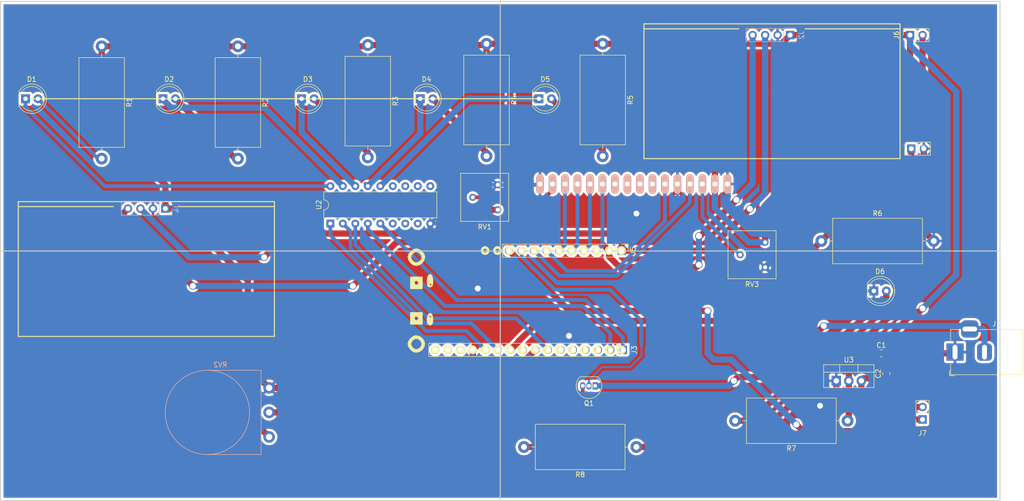
<source format=kicad_pcb>
(kicad_pcb (version 20171130) (host pcbnew "(5.0.1)-3")
  (layers (0 F.Cu signal) (31 B.Cu signal) (34 B.Paste user) (35 F.Paste user) (36 B.SilkS user) (37 F.SilkS user) (38 B.Mask user hide) (39 F.Mask user) (44 Edge.Cuts user))
  (net 0 "")
  (net 1 "Net-(D1-Pad1)")
  (net 2 "Net-(D1-Pad2)")
  (net 3 "Net-(D2-Pad1)")
  (net 4 "Net-(D2-Pad2)")
  (net 5 "Net-(D3-Pad2)")
  (net 6 "Net-(D3-Pad1)")
  (net 7 "Net-(D4-Pad1)")
  (net 8 "Net-(D4-Pad2)")
  (net 9 "Net-(D5-Pad2)")
  (net 10 "Net-(D5-Pad1)")
  (net 11 GND)
  (net 12 5V)
  (net 13 /SCL)
  (net 14 /SDA)
  (net 15 /GPIO21)
  (net 16 /RX)
  (net 17 "Net-(J3-Pad4)")
  (net 18 "Net-(J3-Pad5)")
  (net 19 "Net-(J3-Pad6)")
  (net 20 /GPIO36)
  (net 21 /GPI35)
  (net 22 /GPI39)
  (net 23 /GPI34)
  (net 24 /GPIO25)
  (net 25 /GPIO26)
  (net 26 "Net-(J3-Pad14)")
  (net 27 /RST)
  (net 28 /GPIO14)
  (net 29 /GPIO32)
  (net 30 /GPIO15)
  (net 31 /GPIO33)
  (net 32 /GPIO27)
  (net 33 /GPIO12)
  (net 34 /GPIO13)
  (net 35 "Net-(RV1-Pad2)")
  (net 36 "Net-(U1-Pad7)")
  (net 37 "Net-(U1-Pad8)")
  (net 38 "Net-(U1-Pad10)")
  (net 39 "Net-(U1-Pad9)")
  (net 40 "Net-(U2-Pad6)")
  (net 41 "Net-(U2-Pad7)")
  (net 42 "Net-(U2-Pad8)")
  (net 43 "Net-(U2-Pad10)")
  (net 44 "Net-(U2-Pad11)")
  (net 45 "Net-(U2-Pad12)")
  (net 46 "Net-(U2-Pad13)")
  (net 47 3.3V)
  (net 48 "Net-(J3-Pad15)")
  (net 49 "Net-(RV3-Pad2)")
  (net 50 /9V_OUT)
  (net 51 "Net-(D6-Pad2)")
  (net 52 9V)
  (net 53 /GPIO17)
  (net 54 "Net-(J8-Pad1)")
  (net 55 "Net-(Q1-Pad3)")
  (module Potentiometer_THT:Potentiometer_Omeg_PC16BU_Vertical (layer B.Cu) (at 72.39 106.426 180)
    (fp_text reference RV2 (at 9.915 14.7 180) (layer B.SilkS) (effects (justify mirror)))
    (fp_text value 10k)
    (pad 3 thru_hole circle (at 0 10 180) (size 2.34 2.34) (drill 1.3) (layers *.Cu *.Mask) (net 11 GND))
    (pad 2 thru_hole circle (at 0 5 180) (size 2.34 2.34) (drill 1.3) (layers *.Cu *.Mask) (net 21 /GPI35))
    (pad 1 thru_hole circle (at 0 0 180) (size 2.34 2.34) (drill 1.3) (layers *.Cu *.Mask) (net 47 3.3V))
  )
  (module Potentiometer_THT:Potentiometer_Bourns_3386F_Vertical (layer F.Cu) (at 173.228 66.802 180)
    (fp_text reference RV3 (at 2.655 -8.555 180) (layer F.SilkS))
    (fp_text value 10k)
    (pad 3 thru_hole circle (at 0 -5.08 180) (size 1.44 1.44) (drill 0.8) (layers *.Cu *.Mask) (net 11 GND))
    (pad 2 thru_hole circle (at 5.08 -2.54 180) (size 1.44 1.44) (drill 0.8) (layers *.Cu *.Mask) (net 49 "Net-(RV3-Pad2)"))
    (pad 1 thru_hole circle (at 0 0 180) (size 1.44 1.44) (drill 0.8) (layers *.Cu *.Mask) (net 47 3.3V))
  )
  (module LED_THT:LED_D5.0mm (layer F.Cu) (at 50.8 37.592)
    (fp_text reference D2 (at 1.27 -3.96) (layer F.SilkS))
    (fp_text value LED)
    (pad 1 thru_hole rect (at 0 0) (size 1.8 1.8) (drill 0.9) (layers *.Cu *.Mask) (net 3 "Net-(D2-Pad1)"))
    (pad 2 thru_hole circle (at 2.54 0) (size 1.8 1.8) (drill 0.9) (layers *.Cu *.Mask) (net 4 "Net-(D2-Pad2)"))
  )
  (module Connector_PinHeader_2.54mm:PinHeader_1x16_P2.54mm_Vertical (layer F.Cu) (at 144.29 88.7 270)
    (fp_text reference J3 (at 0 -2.33 270) (layer F.SilkS))
    (fp_text value Conn_01x16)
    (pad 1 thru_hole rect (at 0 0 270) (size 1.7 1.7) (drill 1) (layers *.Cu *.Mask) (net 15 /GPIO21))
    (pad 2 thru_hole oval (at 0 2.54 270) (size 1.7 1.7) (drill 1) (layers *.Cu *.Mask) (net 53 /GPIO17))
    (pad 3 thru_hole oval (at 0 5.08 270) (size 1.7 1.7) (drill 1) (layers *.Cu *.Mask) (net 16 /RX))
    (pad 4 thru_hole oval (at 0 7.62 270) (size 1.7 1.7) (drill 1) (layers *.Cu *.Mask) (net 17 "Net-(J3-Pad4)"))
    (pad 5 thru_hole oval (at 0 10.16 270) (size 1.7 1.7) (drill 1) (layers *.Cu *.Mask) (net 18 "Net-(J3-Pad5)"))
    (pad 6 thru_hole oval (at 0 12.7 270) (size 1.7 1.7) (drill 1) (layers *.Cu *.Mask) (net 19 "Net-(J3-Pad6)"))
    (pad 7 thru_hole oval (at 0 15.24 270) (size 1.7 1.7) (drill 1) (layers *.Cu *.Mask) (net 20 /GPIO36))
    (pad 8 thru_hole oval (at 0 17.78 270) (size 1.7 1.7) (drill 1) (layers *.Cu *.Mask) (net 21 /GPI35))
    (pad 9 thru_hole oval (at 0 20.32 270) (size 1.7 1.7) (drill 1) (layers *.Cu *.Mask) (net 22 /GPI39))
    (pad 10 thru_hole oval (at 0 22.86 270) (size 1.7 1.7) (drill 1) (layers *.Cu *.Mask) (net 23 /GPI34))
    (pad 11 thru_hole oval (at 0 25.4 270) (size 1.7 1.7) (drill 1) (layers *.Cu *.Mask) (net 24 /GPIO25))
    (pad 12 thru_hole oval (at 0 27.94 270) (size 1.7 1.7) (drill 1) (layers *.Cu *.Mask) (net 25 /GPIO26))
    (pad 13 thru_hole oval (at 0 30.48 270) (size 1.7 1.7) (drill 1) (layers *.Cu *.Mask) (net 11 GND))
    (pad 14 thru_hole oval (at 0 33.02 270) (size 1.7 1.7) (drill 1) (layers *.Cu *.Mask) (net 26 "Net-(J3-Pad14)"))
    (pad 15 thru_hole oval (at 0 35.56 270) (size 1.7 1.7) (drill 1) (layers *.Cu *.Mask) (net 48 "Net-(J3-Pad15)"))
    (pad 16 thru_hole oval (at 0 38.1 270) (size 1.7 1.7) (drill 1) (layers *.Cu *.Mask) (net 27 /RST))
  )
  (module Display:LCD-20x4 (layer B.Cu) (at 126.56 82.45 180)
    (fp_text reference U1)
    (fp_text value RC1602A)
    (pad "" smd oval (at 1.64084 27.50058 180) (size 1.50114 4.0005) (layers F.Cu F.Paste F.Mask))
    (pad 16 thru_hole oval (at -0.89916 27.50058 180) (size 1.50114 4.0005) (drill 1.00076) (layers *.Cu *.Mask B.SilkS) (net 11 GND))
    (pad 15 thru_hole oval (at -3.43916 27.50058 180) (size 1.50114 4.0005) (drill 1.00076) (layers *.Cu *.Mask B.SilkS) (net 35 "Net-(RV1-Pad2)"))
    (pad 14 thru_hole oval (at -5.97916 27.50058 180) (size 1.50114 4.0005) (drill 1.00076) (layers *.Cu *.Mask B.SilkS) (net 31 /GPIO33))
    (pad 13 thru_hole oval (at -8.51916 27.50058 180) (size 1.50114 4.0005) (drill 1.00076) (layers *.Cu *.Mask B.SilkS) (net 30 /GPIO15))
    (pad 12 thru_hole oval (at -11.05916 27.50058 180) (size 1.50114 4.0005) (drill 1.00076) (layers *.Cu *.Mask B.SilkS) (net 29 /GPIO32))
    (pad 11 thru_hole oval (at -13.59916 27.50058 180) (size 1.50114 4.0005) (drill 1.00076) (layers *.Cu *.Mask B.SilkS) (net 28 /GPIO14))
    (pad 10 thru_hole oval (at -16.13916 27.50058 180) (size 1.50114 4.0005) (drill 1.00076) (layers *.Cu *.Mask B.SilkS) (net 38 "Net-(U1-Pad10)"))
    (pad 9 thru_hole oval (at -18.67916 27.50058 180) (size 1.50114 4.0005) (drill 1.00076) (layers *.Cu *.Mask B.SilkS) (net 39 "Net-(U1-Pad9)"))
    (pad 8 thru_hole oval (at -21.21916 27.50058 180) (size 1.50114 4.0005) (drill 1.00076) (layers *.Cu *.Mask B.SilkS) (net 37 "Net-(U1-Pad8)"))
    (pad 7 thru_hole oval (at -23.75916 27.50058 180) (size 1.50114 4.0005) (drill 1.00076) (layers *.Cu *.Mask B.SilkS) (net 36 "Net-(U1-Pad7)"))
    (pad 6 thru_hole oval (at -26.29916 27.50058 180) (size 1.50114 4.0005) (drill 1.00076) (layers *.Cu *.Mask B.SilkS) (net 32 /GPIO27))
    (pad 5 thru_hole oval (at -28.83916 27.50058 180) (size 1.50114 4.0005) (drill 1.00076) (layers *.Cu *.Mask B.SilkS) (net 11 GND))
    (pad 4 thru_hole oval (at -31.37916 27.50058 180) (size 1.50114 4.0005) (drill 1.00076) (layers *.Cu *.Mask B.SilkS) (net 33 /GPIO12))
    (pad 3 thru_hole oval (at -33.91916 27.50058 180) (size 1.50114 4.0005) (drill 1.00076) (layers *.Cu *.Mask B.SilkS) (net 49 "Net-(RV3-Pad2)"))
    (pad 2 thru_hole oval (at -36.45916 27.50058 180) (size 1.50114 4.0005) (drill 1.00076) (layers *.Cu *.Mask B.SilkS) (net 47 3.3V))
    (pad 1 thru_hole oval (at -38.99916 27.50058 180) (size 1.50114 4.0005) (drill 1.00076) (layers *.Cu *.Mask B.SilkS) (net 11 GND))
  )
  (module LED_THT:LED_D5.0mm (layer F.Cu) (at 22.86 37.592)
    (fp_text reference D1 (at 1.27 -3.96) (layer F.SilkS))
    (fp_text value LED)
    (pad 1 thru_hole rect (at 0 0) (size 1.8 1.8) (drill 0.9) (layers *.Cu *.Mask) (net 1 "Net-(D1-Pad1)"))
    (pad 2 thru_hole circle (at 2.54 0) (size 1.8 1.8) (drill 0.9) (layers *.Cu *.Mask) (net 2 "Net-(D1-Pad2)"))
  )
  (module LED_THT:LED_D5.0mm (layer F.Cu) (at 78.994 37.592)
    (fp_text reference D3 (at 1.27 -3.96) (layer F.SilkS))
    (fp_text value LED)
    (pad 2 thru_hole circle (at 2.54 0) (size 1.8 1.8) (drill 0.9) (layers *.Cu *.Mask) (net 5 "Net-(D3-Pad2)"))
    (pad 1 thru_hole rect (at 0 0) (size 1.8 1.8) (drill 0.9) (layers *.Cu *.Mask) (net 6 "Net-(D3-Pad1)"))
  )
  (module LED_THT:LED_D5.0mm (layer F.Cu) (at 103.124 37.592)
    (fp_text reference D4 (at 1.27 -3.96) (layer F.SilkS))
    (fp_text value LED)
    (pad 1 thru_hole rect (at 0 0) (size 1.8 1.8) (drill 0.9) (layers *.Cu *.Mask) (net 7 "Net-(D4-Pad1)"))
    (pad 2 thru_hole circle (at 2.54 0) (size 1.8 1.8) (drill 0.9) (layers *.Cu *.Mask) (net 8 "Net-(D4-Pad2)"))
  )
  (module LED_THT:LED_D5.0mm (layer F.Cu) (at 127.254 37.592)
    (fp_text reference D5 (at 1.27 -3.96) (layer F.SilkS))
    (fp_text value LED)
    (pad 2 thru_hole circle (at 2.54 0) (size 1.8 1.8) (drill 0.9) (layers *.Cu *.Mask) (net 9 "Net-(D5-Pad2)"))
    (pad 1 thru_hole rect (at 0 0) (size 1.8 1.8) (drill 0.9) (layers *.Cu *.Mask) (net 10 "Net-(D5-Pad1)"))
  )
  (module Connector_PinHeader_2.54mm:PinHeader_1x04_P2.54mm_Vertical (layer B.Cu) (at 178.308 24.638 90)
    (fp_text reference J2 (at 0 2.33 90) (layer B.SilkS) (effects (justify mirror)))
    (fp_text value Conn_01x04)
    (pad 1 thru_hole rect (at 0 0 90) (size 1.7 1.7) (drill 1) (layers *.Cu *.Mask) (net 47 3.3V))
    (pad 2 thru_hole oval (at 0 -2.54 90) (size 1.7 1.7) (drill 1) (layers *.Cu *.Mask) (net 11 GND))
    (pad 3 thru_hole oval (at 0 -5.08 90) (size 1.7 1.7) (drill 1) (layers *.Cu *.Mask) (net 14 /SDA))
    (pad 4 thru_hole oval (at 0 -7.62 90) (size 1.7 1.7) (drill 1) (layers *.Cu *.Mask) (net 13 /SCL))
  )
  (module Connector_PinHeader_2.54mm:PinHeader_1x04_P2.54mm_Vertical (layer B.Cu) (at 51.308 59.944 90)
    (fp_text reference J4 (at 0 2.33 90) (layer B.SilkS) (effects (justify mirror)))
    (fp_text value Conn_01x04)
    (pad 1 thru_hole rect (at 0 0 90) (size 1.7 1.7) (drill 1) (layers *.Cu *.Mask) (net 47 3.3V))
    (pad 2 thru_hole oval (at 0 -2.54 90) (size 1.7 1.7) (drill 1) (layers *.Cu *.Mask) (net 11 GND))
    (pad 3 thru_hole oval (at 0 -5.08 90) (size 1.7 1.7) (drill 1) (layers *.Cu *.Mask) (net 14 /SDA))
    (pad 4 thru_hole oval (at 0 -7.62 90) (size 1.7 1.7) (drill 1) (layers *.Cu *.Mask) (net 13 /SCL))
  )
  (module Connector_PinHeader_2.54mm:PinHeader_1x10_P2.54mm_Vertical (layer F.Cu) (at 144.06 68.52 270)
    (fp_text reference J5 (at 0 -2.33 270) (layer F.SilkS))
    (fp_text value Conn_01x10)
    (pad 1 thru_hole rect (at 0 0 270) (size 1.7 1.7) (drill 1) (layers *.Cu *.Mask) (net 14 /SDA))
    (pad 2 thru_hole oval (at 0 2.54 270) (size 1.7 1.7) (drill 1) (layers *.Cu *.Mask) (net 13 /SCL))
    (pad 3 thru_hole oval (at 0 5.08 270) (size 1.7 1.7) (drill 1) (layers *.Cu *.Mask) (net 28 /GPIO14))
    (pad 4 thru_hole oval (at 0 7.62 270) (size 1.7 1.7) (drill 1) (layers *.Cu *.Mask) (net 29 /GPIO32))
    (pad 5 thru_hole oval (at 0 10.16 270) (size 1.7 1.7) (drill 1) (layers *.Cu *.Mask) (net 30 /GPIO15))
    (pad 6 thru_hole oval (at 0 12.7 270) (size 1.7 1.7) (drill 1) (layers *.Cu *.Mask) (net 31 /GPIO33))
    (pad 7 thru_hole oval (at 0 15.24 270) (size 1.7 1.7) (drill 1) (layers *.Cu *.Mask) (net 32 /GPIO27))
    (pad 8 thru_hole oval (at 0 17.78 270) (size 1.7 1.7) (drill 1) (layers *.Cu *.Mask) (net 33 /GPIO12))
    (pad 9 thru_hole oval (at 0 20.32 270) (size 1.7 1.7) (drill 1) (layers *.Cu *.Mask) (net 34 /GPIO13))
    (pad 10 thru_hole oval (at 0 22.86 270) (size 1.7 1.7) (drill 1) (layers *.Cu *.Mask) (net 12 5V))
  )
  (module Module:ESP32 (layer F.Cu) (at 124.62 86.92)
    (fp_text reference G*** hide)
    (fp_text value ESP32 hide)
  )
  (module Package_DIP:DIP-18_W7.62mm (layer F.Cu) (at 84.836 62.992 90)
    (fp_text reference U2 (at 3.81 -2.33 90) (layer F.SilkS))
    (fp_text value ULN2803A)
    (pad 1 thru_hole rect (at 0 0 90) (size 1.6 1.6) (drill 0.8) (layers *.Cu *.Mask) (net 25 /GPIO26))
    (pad 10 thru_hole oval (at 7.62 20.32 90) (size 1.6 1.6) (drill 0.8) (layers *.Cu *.Mask) (net 43 "Net-(U2-Pad10)"))
    (pad 2 thru_hole oval (at 0 2.54 90) (size 1.6 1.6) (drill 0.8) (layers *.Cu *.Mask) (net 24 /GPIO25))
    (pad 11 thru_hole oval (at 7.62 17.78 90) (size 1.6 1.6) (drill 0.8) (layers *.Cu *.Mask) (net 44 "Net-(U2-Pad11)"))
    (pad 3 thru_hole oval (at 0 5.08 90) (size 1.6 1.6) (drill 0.8) (layers *.Cu *.Mask) (net 20 /GPIO36))
    (pad 12 thru_hole oval (at 7.62 15.24 90) (size 1.6 1.6) (drill 0.8) (layers *.Cu *.Mask) (net 45 "Net-(U2-Pad12)"))
    (pad 4 thru_hole oval (at 0 7.62 90) (size 1.6 1.6) (drill 0.8) (layers *.Cu *.Mask) (net 53 /GPIO17))
    (pad 13 thru_hole oval (at 7.62 12.7 90) (size 1.6 1.6) (drill 0.8) (layers *.Cu *.Mask) (net 46 "Net-(U2-Pad13)"))
    (pad 5 thru_hole oval (at 0 10.16 90) (size 1.6 1.6) (drill 0.8) (layers *.Cu *.Mask) (net 15 /GPIO21))
    (pad 14 thru_hole oval (at 7.62 10.16 90) (size 1.6 1.6) (drill 0.8) (layers *.Cu *.Mask) (net 10 "Net-(D5-Pad1)"))
    (pad 6 thru_hole oval (at 0 12.7 90) (size 1.6 1.6) (drill 0.8) (layers *.Cu *.Mask) (net 40 "Net-(U2-Pad6)"))
    (pad 15 thru_hole oval (at 7.62 7.62 90) (size 1.6 1.6) (drill 0.8) (layers *.Cu *.Mask) (net 7 "Net-(D4-Pad1)"))
    (pad 7 thru_hole oval (at 0 15.24 90) (size 1.6 1.6) (drill 0.8) (layers *.Cu *.Mask) (net 41 "Net-(U2-Pad7)"))
    (pad 16 thru_hole oval (at 7.62 5.08 90) (size 1.6 1.6) (drill 0.8) (layers *.Cu *.Mask) (net 6 "Net-(D3-Pad1)"))
    (pad 8 thru_hole oval (at 0 17.78 90) (size 1.6 1.6) (drill 0.8) (layers *.Cu *.Mask) (net 42 "Net-(U2-Pad8)"))
    (pad 17 thru_hole oval (at 7.62 2.54 90) (size 1.6 1.6) (drill 0.8) (layers *.Cu *.Mask) (net 3 "Net-(D2-Pad1)"))
    (pad 9 thru_hole oval (at 0 20.32 90) (size 1.6 1.6) (drill 0.8) (layers *.Cu *.Mask) (net 11 GND))
    (pad 18 thru_hole oval (at 7.62 0 90) (size 1.6 1.6) (drill 0.8) (layers *.Cu *.Mask) (net 1 "Net-(D1-Pad1)"))
  )
  (module Capacitor_SMD:C_0805_2012Metric (layer F.Cu) (at 196.85 89.408)
    (fp_text reference C1 (at 0 -1.65) (layer F.SilkS))
    (fp_text value 10uF)
    (pad 1 smd roundrect (at -0.9375 0) (size 0.975 1.4) (layers F.Cu F.Paste F.Mask) (net 47 3.3V))
    (pad 2 smd roundrect (at 0.9375 0) (size 0.975 1.4) (layers F.Cu F.Paste F.Mask) (net 11 GND))
  )
  (module Capacitor_SMD:C_0805_2012Metric (layer F.Cu) (at 197.866 93.5505 90)
    (fp_text reference C2 (at 0 -1.65 90) (layer F.SilkS))
    (fp_text value 100nF)
    (pad 2 smd roundrect (at 0.9375 0 90) (size 0.975 1.4) (layers F.Cu F.Paste F.Mask) (net 11 GND))
    (pad 1 smd roundrect (at -0.9375 0 90) (size 0.975 1.4) (layers F.Cu F.Paste F.Mask) (net 50 /9V_OUT))
  )
  (module Potentiometer_THT:Potentiometer_Bourns_3386F_Vertical (layer F.Cu) (at 118.872 55.118 180)
    (fp_text reference RV1 (at 2.655 -8.555 180) (layer F.SilkS))
    (fp_text value 10k)
    (pad 3 thru_hole circle (at 0 -5.08 180) (size 1.44 1.44) (drill 0.8) (layers *.Cu *.Mask) (net 47 3.3V))
    (pad 2 thru_hole circle (at 5.08 -2.54 180) (size 1.44 1.44) (drill 0.8) (layers *.Cu *.Mask) (net 35 "Net-(RV1-Pad2)"))
    (pad 1 thru_hole circle (at 0 0 180) (size 1.44 1.44) (drill 0.8) (layers *.Cu *.Mask) (net 11 GND))
  )
  (module Package_TO_SOT_THT:TO-220-3_Vertical (layer F.Cu) (at 187.706 94.996)
    (fp_text reference U3 (at 2.54 -4.27) (layer F.SilkS))
    (fp_text value LD1117S33TR_SOT223)
    (pad 1 thru_hole rect (at 0 0) (size 1.905 2) (drill 1.1) (layers *.Cu *.Mask) (net 11 GND))
    (pad 2 thru_hole oval (at 2.54 0) (size 1.905 2) (drill 1.1) (layers *.Cu *.Mask) (net 47 3.3V))
    (pad 3 thru_hole oval (at 5.08 0) (size 1.905 2) (drill 1.1) (layers *.Cu *.Mask) (net 50 /9V_OUT))
  )
  (module Connector_PinSocket_2.54mm:PinSocket_1x02_P2.54mm_Vertical (layer F.Cu) (at 202.692 24.638 90)
    (fp_text reference J6 (at 0 -2.77 90) (layer F.SilkS))
    (fp_text value SW_ALARM)
    (pad 2 thru_hole oval (at 0 2.54 90) (size 1.7 1.7) (drill 1) (layers *.Cu *.Mask) (net 23 /GPI34))
    (pad 1 thru_hole rect (at 0 0 90) (size 1.7 1.7) (drill 1) (layers *.Cu *.Mask) (net 47 3.3V))
  )
  (module Connector_PinSocket_2.54mm:PinSocket_1x02_P2.54mm_Vertical (layer F.Cu) (at 205.232 102.87 180)
    (fp_text reference J7 (at 0 -2.77 180) (layer F.SilkS))
    (fp_text value SW_POWER)
    (pad 1 thru_hole rect (at 0 0 180) (size 1.7 1.7) (drill 1) (layers *.Cu *.Mask) (net 12 5V))
    (pad 2 thru_hole oval (at 0 2.54 180) (size 1.7 1.7) (drill 1) (layers *.Cu *.Mask) (net 50 /9V_OUT))
  )
  (module Connector_BarrelJack:BarrelJack_Horizontal (layer F.Cu) (at 211.836 89.154 180)
    (fp_text reference J1 (at -8.45 5.75 180) (layer F.SilkS))
    (fp_text value Barrel_Jack_Switch)
    (pad 1 thru_hole rect (at 0 0 180) (size 3.5 3.5) (drill oval 1 3) (layers *.Cu *.Mask) (net 11 GND))
    (pad 2 thru_hole roundrect (at -6 0 180) (size 3 3.5) (drill oval 1 3) (layers *.Cu *.Mask) (net 52 9V))
    (pad 3 thru_hole roundrect (at -3 4.7 180) (size 3.5 3.5) (drill oval 3 1) (layers *.Cu *.Mask) (net 52 9V))
  )
  (module LED_THT:LED_D5.0mm (layer F.Cu) (at 195.326 76.708)
    (fp_text reference D6 (at 1.27 -3.96) (layer F.SilkS))
    (fp_text value LED)
    (pad 1 thru_hole rect (at 0 0) (size 1.8 1.8) (drill 0.9) (layers *.Cu *.Mask) (net 11 GND))
    (pad 2 thru_hole circle (at 2.54 0) (size 1.8 1.8) (drill 0.9) (layers *.Cu *.Mask) (net 51 "Net-(D6-Pad2)"))
  )
  (module Connector_PinHeader_2.54mm:PinHeader_1x02_P2.54mm_Vertical (layer F.Cu) (at 202.946 47.752 90)
    (fp_text reference J8 (at 0.099 2.018 180) (layer F.SilkS))
    (fp_text value Buzzer)
    (pad 1 thru_hole rect (at 0 0 90) (size 1.7 1.7) (drill 1) (layers *.Cu *.Mask) (net 54 "Net-(J8-Pad1)"))
    (pad 2 thru_hole oval (at 0 2.54 90) (size 1.7 1.7) (drill 1) (layers *.Cu *.Mask) (net 11 GND))
  )
  (module Package_TO_SOT_THT:TO-92_Inline (layer F.Cu) (at 138.684 96.012 180)
    (fp_text reference Q1 (at 1.27 -3.56 180) (layer F.SilkS))
    (fp_text value BC548)
    (pad 1 thru_hole rect (at 0 0 180) (size 1.05 1.5) (drill 0.75) (layers *.Cu *.Mask) (net 52 9V))
    (pad 3 thru_hole oval (at 2.54 0 180) (size 1.05 1.5) (drill 0.75) (layers *.Cu *.Mask) (net 55 "Net-(Q1-Pad3)"))
    (pad 2 thru_hole oval (at 1.27 0 180) (size 1.05 1.5) (drill 0.75) (layers *.Cu *.Mask) (net 34 /GPIO13))
  )
  (module Resistor_THT:R_Axial_DIN0918_L18.0mm_D9.0mm_P22.86mm_Horizontal (layer F.Cu) (at 38.354 26.924 270)
    (fp_text reference R1 (at 11.43 -5.62 270) (layer F.SilkS))
    (fp_text value 330)
    (pad 1 thru_hole circle (at 0 0 270) (size 2.4 2.4) (drill 1.2) (layers *.Cu *.Mask) (net 47 3.3V))
    (pad 2 thru_hole oval (at 22.86 0 270) (size 2.4 2.4) (drill 1.2) (layers *.Cu *.Mask) (net 2 "Net-(D1-Pad2)"))
  )
  (module Resistor_THT:R_Axial_DIN0918_L18.0mm_D9.0mm_P22.86mm_Horizontal (layer F.Cu) (at 66.04 26.924 270)
    (fp_text reference R2 (at 11.43 -5.62 270) (layer F.SilkS))
    (fp_text value 330)
    (pad 2 thru_hole oval (at 22.86 0 270) (size 2.4 2.4) (drill 1.2) (layers *.Cu *.Mask) (net 4 "Net-(D2-Pad2)"))
    (pad 1 thru_hole circle (at 0 0 270) (size 2.4 2.4) (drill 1.2) (layers *.Cu *.Mask) (net 47 3.3V))
  )
  (module Resistor_THT:R_Axial_DIN0918_L18.0mm_D9.0mm_P22.86mm_Horizontal (layer F.Cu) (at 92.456 26.67 270)
    (fp_text reference R3 (at 11.43 -5.62 270) (layer F.SilkS))
    (fp_text value 330)
    (pad 2 thru_hole oval (at 22.86 0 270) (size 2.4 2.4) (drill 1.2) (layers *.Cu *.Mask) (net 5 "Net-(D3-Pad2)"))
    (pad 1 thru_hole circle (at 0 0 270) (size 2.4 2.4) (drill 1.2) (layers *.Cu *.Mask) (net 47 3.3V))
  )
  (module Resistor_THT:R_Axial_DIN0918_L18.0mm_D9.0mm_P22.86mm_Horizontal (layer F.Cu) (at 116.586 26.416 270)
    (fp_text reference R4 (at 11.43 -5.62 270) (layer F.SilkS))
    (fp_text value 330)
    (pad 2 thru_hole oval (at 22.86 0 270) (size 2.4 2.4) (drill 1.2) (layers *.Cu *.Mask) (net 8 "Net-(D4-Pad2)"))
    (pad 1 thru_hole circle (at 0 0 270) (size 2.4 2.4) (drill 1.2) (layers *.Cu *.Mask) (net 47 3.3V))
  )
  (module Resistor_THT:R_Axial_DIN0918_L18.0mm_D9.0mm_P22.86mm_Horizontal (layer F.Cu) (at 140.208 26.416 270)
    (fp_text reference R5 (at 11.43 -5.62 270) (layer F.SilkS))
    (fp_text value 330)
    (pad 1 thru_hole circle (at 0 0 270) (size 2.4 2.4) (drill 1.2) (layers *.Cu *.Mask) (net 47 3.3V))
    (pad 2 thru_hole oval (at 22.86 0 270) (size 2.4 2.4) (drill 1.2) (layers *.Cu *.Mask) (net 9 "Net-(D5-Pad2)"))
  )
  (module Resistor_THT:R_Axial_DIN0918_L18.0mm_D9.0mm_P22.86mm_Horizontal (layer F.Cu) (at 184.658 66.548)
    (fp_text reference R6 (at 11.43 -5.62) (layer F.SilkS))
    (fp_text value 1k)
    (pad 1 thru_hole circle (at 0 0) (size 2.4 2.4) (drill 1.2) (layers *.Cu *.Mask) (net 23 /GPI34))
    (pad 2 thru_hole oval (at 22.86 0) (size 2.4 2.4) (drill 1.2) (layers *.Cu *.Mask) (net 11 GND))
  )
  (module Resistor_THT:R_Axial_DIN0918_L18.0mm_D9.0mm_P22.86mm_Horizontal (layer F.Cu) (at 189.992 103.124 180)
    (fp_text reference R7 (at 11.43 -5.62 180) (layer F.SilkS))
    (fp_text value 330)
    (pad 2 thru_hole oval (at 22.86 0 180) (size 2.4 2.4) (drill 1.2) (layers *.Cu *.Mask) (net 51 "Net-(D6-Pad2)"))
    (pad 1 thru_hole circle (at 0 0 180) (size 2.4 2.4) (drill 1.2) (layers *.Cu *.Mask) (net 47 3.3V))
  )
  (module Resistor_THT:R_Axial_DIN0918_L18.0mm_D9.0mm_P22.86mm_Horizontal (layer F.Cu) (at 147.057 108.458 180)
    (fp_text reference R8 (at 11.43 -5.62 180) (layer F.SilkS))
    (fp_text value 1K)
    (pad 1 thru_hole circle (at 0 0 180) (size 2.4 2.4) (drill 1.2) (layers *.Cu *.Mask) (net 54 "Net-(J8-Pad1)"))
    (pad 2 thru_hole oval (at 22.86 0 180) (size 2.4 2.4) (drill 1.2) (layers *.Cu *.Mask) (net 55 "Net-(Q1-Pad3)"))
  )
  (gr_line (start 119.38 119.2) (end 119.38 17.6) (layer Edge.Cuts) (width 0.2))
  (gr_line (start 220.98 68.58) (end 17.78 68.58) (layer Edge.Cuts) (width 0.2))
  (gr_line (start 24.13 37.592) (end 52.07 37.592) (layer F.SilkS) (width 0.2))
  (gr_line (start 17.78 119.38) (end 17.78 17.78) (layer Edge.Cuts) (width 0.2))
  (gr_line (start 220.98 17.78) (end 17.78 17.78) (layer Edge.Cuts) (width 0.2))
  (gr_line (start 220.98 119.38) (end 220.98 17.78) (layer Edge.Cuts) (width 0.2))
  (gr_line (start 104.394 37.592) (end 128.524 37.592) (layer F.SilkS) (width 0.2))
  (gr_line (start 80.264 37.592) (end 104.394 37.592) (layer F.SilkS) (width 0.2))
  (gr_line (start 52.07 37.592) (end 80.264 37.592) (layer F.SilkS) (width 0.2))
  (gr_line (start 73.462 58.528) (end 73.462 85.96) (layer F.SilkS) (width 0.2))
  (gr_line (start 54.158 59.544) (end 73.462 59.544) (layer F.SilkS) (width 0.2))
  (gr_line (start 21.392 58.528) (end 73.462 58.528) (layer F.SilkS) (width 0.2))
  (gr_line (start 21.392 58.528) (end 21.392 85.96) (layer F.SilkS) (width 0.2))
  (gr_line (start 21.392 59.544) (end 40.696 59.544) (layer F.SilkS) (width 0.2))
  (gr_line (start 21.392 85.96) (end 73.462 85.96) (layer F.SilkS) (width 0.2))
  (gr_line (start 148.59 23.368) (end 167.894 23.368) (layer F.SilkS) (width 0.2))
  (gr_line (start 181.356 23.368) (end 200.66 23.368) (layer F.SilkS) (width 0.2))
  (gr_line (start 148.59 49.784) (end 200.66 49.784) (layer F.SilkS) (width 0.2))
  (gr_line (start 200.66 22.352) (end 200.66 49.784) (layer F.SilkS) (width 0.2))
  (gr_line (start 148.59 22.352) (end 148.59 49.784) (layer F.SilkS) (width 0.2))
  (gr_line (start 148.59 22.352) (end 200.66 22.352) (layer F.SilkS) (width 0.2))
  (gr_line (start 17.78 119.38) (end 220.98 119.38) (layer Edge.Cuts) (width 0.2))
  (segment (start 22.86 39.254) (end 22.86 37.592) (width 0.762) (layer B.Cu) (net 1))
  (segment (start 38.978 55.372) (end 22.86 39.254) (width 0.762) (layer B.Cu) (net 1))
  (segment (start 84.836 55.372) (end 38.978 55.372) (width 0.762) (layer B.Cu) (net 1))
  (segment (start 37.592 49.784) (end 38.354 49.784) (width 0.762) (layer B.Cu) (net 2))
  (segment (start 25.4 37.592) (end 37.592 49.784) (width 0.762) (layer B.Cu) (net 2))
  (segment (start 86.576001 54.572001) (end 87.376 55.372) (width 1.27) (layer B.Cu) (net 3))
  (segment (start 71.407201 39.403201) (end 86.576001 54.572001) (width 1.27) (layer B.Cu) (net 3))
  (segment (start 52.470623 39.403201) (end 71.407201 39.403201) (width 1.27) (layer B.Cu) (net 3))
  (segment (start 50.8 37.732578) (end 52.470623 39.403201) (width 1.27) (layer B.Cu) (net 3))
  (segment (start 50.8 37.592) (end 50.8 37.732578) (width 1.27) (layer B.Cu) (net 3))
  (segment (start 65.532 49.784) (end 66.04 49.784) (width 1.27) (layer F.Cu) (net 4))
  (segment (start 53.34 37.592) (end 65.532 49.784) (width 1.27) (layer F.Cu) (net 4))
  (segment (start 92.456 48.514) (end 92.456 49.53) (width 1.27) (layer F.Cu) (net 5))
  (segment (start 81.534 37.592) (end 92.456 48.514) (width 1.27) (layer F.Cu) (net 5))
  (segment (start 78.994 44.45) (end 89.916 55.372) (width 1.27) (layer B.Cu) (net 6))
  (segment (start 78.994 37.592) (end 78.994 44.45) (width 1.27) (layer B.Cu) (net 6))
  (segment (start 91.948 54.864) (end 92.456 55.372) (width 0.762) (layer B.Cu) (net 7))
  (segment (start 103.124 44.704) (end 92.456 55.372) (width 1.27) (layer B.Cu) (net 7))
  (segment (start 103.124 37.592) (end 103.124 44.704) (width 1.27) (layer B.Cu) (net 7))
  (segment (start 116.586 48.514) (end 116.586 49.276) (width 1.27) (layer F.Cu) (net 8))
  (segment (start 105.664 37.592) (end 116.586 48.514) (width 1.27) (layer F.Cu) (net 8))
  (segment (start 140.208 48.006) (end 140.208 49.276) (width 1.27) (layer F.Cu) (net 9))
  (segment (start 129.794 37.592) (end 140.208 48.006) (width 1.27) (layer F.Cu) (net 9))
  (segment (start 112.776 37.592) (end 94.996 55.372) (width 1.27) (layer B.Cu) (net 10))
  (segment (start 127.254 37.592) (end 112.776 37.592) (width 1.27) (layer B.Cu) (net 10))
  (segment (start 148.60626 62.992) (end 155.39916 56.1991) (width 0.762) (layer F.Cu) (net 11))
  (segment (start 105.156 62.992) (end 148.60626 62.992) (width 0.762) (layer F.Cu) (net 11))
  (segment (start 165.55916 56.1991) (end 165.55916 54.94942) (width 0.762) (layer F.Cu) (net 11))
  (segment (start 164.04659 57.71167) (end 165.55916 56.1991) (width 0.762) (layer F.Cu) (net 11))
  (segment (start 156.91173 57.71167) (end 164.04659 57.71167) (width 0.762) (layer F.Cu) (net 11))
  (segment (start 155.39916 56.1991) (end 156.91173 57.71167) (width 0.762) (layer F.Cu) (net 11))
  (segment (start 155.39916 54.94942) (end 155.39916 56.1991) (width 0.762) (layer F.Cu) (net 11))
  (segment (start 178.054 76.708) (end 187.452 76.708) (width 0.762) (layer B.Cu) (net 11))
  (segment (start 173.228 71.882) (end 178.054 76.708) (width 0.762) (layer B.Cu) (net 11))
  (segment (start 187.452 76.708) (end 195.326 76.708) (width 0.762) (layer B.Cu) (net 11))
  (segment (start 127.29058 55.118) (end 127.45916 54.94942) (width 0.762) (layer B.Cu) (net 11))
  (segment (start 118.872 55.118) (end 127.29058 55.118) (width 0.762) (layer B.Cu) (net 11))
  (segment (start 113.03 55.118) (end 105.156 62.992) (width 0.762) (layer B.Cu) (net 11))
  (segment (start 118.872 55.118) (end 113.03 55.118) (width 0.762) (layer B.Cu) (net 11))
  (segment (start 105.156 64.12337) (end 115.316 74.28337) (width 1.27) (layer B.Cu) (net 11))
  (segment (start 105.156 62.992) (end 105.156 64.12337) (width 1.27) (layer B.Cu) (net 11))
  (via (at 114.808 76.2) (size 1.5) (drill 1.2) (layers F.Cu B.Cu) (net 11))
  (segment (start 115.316 87.194) (end 113.81 88.7) (width 1.27) (layer F.Cu) (net 11))
  (segment (start 115.316 77.216) (end 115.316 87.194) (width 1.27) (layer F.Cu) (net 11))
  (segment (start 195.326 76.708) (end 195.326 77.059) (width 1.27) (layer F.Cu) (net 11))
  (segment (start 197.7875 92.5345) (end 197.866 92.613) (width 1.27) (layer F.Cu) (net 11))
  (segment (start 197.7875 89.408) (end 197.7875 92.5345) (width 1.27) (layer F.Cu) (net 11))
  (segment (start 211.582 89.408) (end 211.836 89.154) (width 1.27) (layer F.Cu) (net 11))
  (segment (start 197.7875 89.408) (end 211.582 89.408) (width 1.27) (layer F.Cu) (net 11))
  (via (at 184.404 100.076) (size 1.5) (drill 1.2) (layers F.Cu B.Cu) (net 11))
  (segment (start 187.706 94.996) (end 187.706 96.774) (width 1.27) (layer F.Cu) (net 11))
  (segment (start 187.706 96.774) (end 184.404 100.076) (width 1.27) (layer F.Cu) (net 11))
  (segment (start 174.808401 70.301599) (end 173.947999 71.162001) (width 1.27) (layer B.Cu) (net 11))
  (segment (start 173.947999 71.162001) (end 173.228 71.882) (width 1.27) (layer B.Cu) (net 11))
  (segment (start 174.808401 66.043407) (end 174.808401 70.301599) (width 1.27) (layer B.Cu) (net 11))
  (segment (start 173.931524 65.16653) (end 174.808401 66.043407) (width 1.27) (layer B.Cu) (net 11))
  (segment (start 172.003136 65.16653) (end 173.931524 65.16653) (width 1.27) (layer B.Cu) (net 11))
  (segment (start 165.55916 58.722554) (end 172.003136 65.16653) (width 1.27) (layer B.Cu) (net 11))
  (segment (start 165.55916 54.94942) (end 165.55916 58.722554) (width 1.27) (layer B.Cu) (net 11))
  (segment (start 71.12 95.156) (end 72.39 96.426) (width 1.27) (layer F.Cu) (net 11))
  (segment (start 71.12 81.876) (end 71.12 95.156) (width 1.27) (layer F.Cu) (net 11))
  (segment (start 110.33 96.426) (end 72.39 96.426) (width 1.27) (layer F.Cu) (net 11))
  (segment (start 113.81 88.7) (end 113.81 92.946) (width 1.27) (layer F.Cu) (net 11))
  (segment (start 113.81 92.946) (end 110.33 96.426) (width 1.27) (layer F.Cu) (net 11))
  (segment (start 205.486 64.516) (end 207.518 66.548) (width 1.27) (layer F.Cu) (net 11))
  (segment (start 205.486 47.752) (end 205.486 64.516) (width 1.27) (layer F.Cu) (net 11))
  (via (at 147.066 60.96) (size 1.5) (drill 1.2) (layers F.Cu B.Cu) (net 11))
  (via (at 133.35 85.852) (size 1.5) (drill 1.2) (layers F.Cu B.Cu) (net 11))
  (via (at 179.578 103.886) (size 1.5) (drill 1.2) (layers F.Cu B.Cu) (net 12))
  (segment (start 180.927201 105.235201) (end 179.578 103.886) (width 1.27) (layer F.Cu) (net 12))
  (segment (start 200.746799 105.235201) (end 180.927201 105.235201) (width 1.27) (layer F.Cu) (net 12))
  (segment (start 205.232 102.87) (end 203.112 102.87) (width 1.27) (layer F.Cu) (net 12))
  (segment (start 203.112 102.87) (end 200.746799 105.235201) (width 1.27) (layer F.Cu) (net 12))
  (segment (start 179.578 103.886) (end 166.37 90.678) (width 1.27) (layer B.Cu) (net 12))
  (segment (start 166.37 90.678) (end 162.814 90.678) (width 1.27) (layer B.Cu) (net 12))
  (segment (start 121.2 68.52) (end 133.452 80.772) (width 1.27) (layer F.Cu) (net 12))
  (via (at 161.544 80.772) (size 1.5) (drill 1.2) (layers F.Cu B.Cu) (net 12))
  (segment (start 133.452 80.772) (end 161.544 80.772) (width 1.27) (layer F.Cu) (net 12))
  (segment (start 161.544 89.408) (end 162.814 90.678) (width 1.27) (layer B.Cu) (net 12))
  (segment (start 161.544 80.772) (end 161.544 89.408) (width 1.27) (layer B.Cu) (net 12))
  (segment (start 140.670001 67.670001) (end 141.52 68.52) (width 1.27) (layer F.Cu) (net 13))
  (segment (start 139.758799 66.758799) (end 140.670001 67.670001) (width 1.27) (layer F.Cu) (net 13))
  (segment (start 98.341201 66.758799) (end 139.758799 66.758799) (width 1.27) (layer F.Cu) (net 13))
  (segment (start 89.408 75.692) (end 89.408 75.692) (width 1.27) (layer F.Cu) (net 13))
  (via (at 56.896 75.692) (size 1.5) (drill 1.2) (layers F.Cu B.Cu) (net 13))
  (segment (start 42.838001 60.793999) (end 43.688 59.944) (width 1.27) (layer F.Cu) (net 13))
  (segment (start 42.838001 61.380001) (end 42.838001 60.793999) (width 1.27) (layer F.Cu) (net 13))
  (segment (start 56.896 75.692) (end 42.838001 61.380001) (width 1.27) (layer F.Cu) (net 13))
  (segment (start 56.896 75.692) (end 89.408 75.692) (width 1.27) (layer B.Cu) (net 13))
  (segment (start 89.408 75.692) (end 98.341201 66.758799) (width 1.27) (layer F.Cu) (net 13))
  (via (at 89.408 75.692) (size 1.5) (drill 1.2) (layers F.Cu B.Cu) (net 13))
  (segment (start 141.52 69.722081) (end 143.679919 71.882) (width 1.27) (layer F.Cu) (net 13))
  (segment (start 141.52 68.52) (end 141.52 69.722081) (width 1.27) (layer F.Cu) (net 13))
  (via (at 159.766 71.374) (size 1.5) (drill 1.2) (layers F.Cu B.Cu) (net 13))
  (segment (start 143.679919 71.882) (end 159.258 71.882) (width 1.27) (layer F.Cu) (net 13))
  (segment (start 159.258 71.882) (end 159.766 71.374) (width 1.27) (layer F.Cu) (net 13))
  (segment (start 159.766 71.374) (end 159.766 70.31334) (width 1.27) (layer B.Cu) (net 13))
  (via (at 159.766 65.532) (size 1.5) (drill 1.2) (layers F.Cu B.Cu) (net 13))
  (segment (start 159.766 70.31334) (end 159.766 65.532) (width 1.27) (layer B.Cu) (net 13))
  (via (at 167.386 58.166) (size 1.5) (drill 1.2) (layers F.Cu B.Cu) (net 13))
  (segment (start 159.766 65.532) (end 160.02 65.532) (width 1.27) (layer F.Cu) (net 13))
  (segment (start 160.02 65.532) (end 167.386 58.166) (width 1.27) (layer F.Cu) (net 13))
  (segment (start 170.688 54.864) (end 170.688 24.638) (width 1.27) (layer B.Cu) (net 13))
  (segment (start 167.386 58.166) (end 170.688 54.864) (width 1.27) (layer B.Cu) (net 13))
  (segment (start 173.228 24.638) (end 173.228 35.814) (width 1.27) (layer B.Cu) (net 14))
  (segment (start 46.228 59.944) (end 56.134 69.85) (width 1.27) (layer B.Cu) (net 14))
  (segment (start 56.134 69.85) (end 71.374 69.85) (width 1.27) (layer B.Cu) (net 14))
  (via (at 71.374 69.85) (size 1.5) (drill 1.2) (layers F.Cu B.Cu) (net 14))
  (segment (start 71.374 69.85) (end 76.2 65.024) (width 1.27) (layer F.Cu) (net 14))
  (segment (start 144.06 66.4) (end 144.06 68.52) (width 1.27) (layer F.Cu) (net 14))
  (segment (start 142.684 65.024) (end 144.06 66.4) (width 1.27) (layer F.Cu) (net 14))
  (segment (start 76.2 65.024) (end 142.684 65.024) (width 1.27) (layer F.Cu) (net 14))
  (via (at 170.128114 59.995886) (size 1.5) (drill 1.2) (layers F.Cu B.Cu) (net 14))
  (segment (start 173.228 35.814) (end 173.228 56.896) (width 1.27) (layer B.Cu) (net 14))
  (segment (start 173.228 56.896) (end 170.128114 59.995886) (width 1.27) (layer B.Cu) (net 14))
  (segment (start 161.604 68.52) (end 170.128114 59.995886) (width 1.27) (layer F.Cu) (net 14))
  (segment (start 144.06 68.52) (end 161.604 68.52) (width 1.27) (layer F.Cu) (net 14))
  (segment (start 144.29 87.088) (end 144.29 88.7) (width 0.762) (layer B.Cu) (net 15))
  (segment (start 110.555221 78.551221) (end 136.717221 78.551221) (width 0.762) (layer B.Cu) (net 15))
  (segment (start 94.996 62.992) (end 110.555221 78.551221) (width 0.762) (layer B.Cu) (net 15))
  (segment (start 144.29 86.124) (end 144.29 87.088) (width 0.762) (layer B.Cu) (net 15))
  (segment (start 136.717221 78.551221) (end 144.29 86.124) (width 0.762) (layer B.Cu) (net 15))
  (segment (start 122.646 82.296) (end 129.05 88.7) (width 0.762) (layer B.Cu) (net 20))
  (segment (start 104.624854 82.296) (end 122.646 82.296) (width 0.762) (layer B.Cu) (net 20))
  (segment (start 89.916 62.992) (end 89.916 67.31) (width 0.762) (layer B.Cu) (net 20))
  (segment (start 89.916 67.31) (end 104.624854 82.296) (width 0.762) (layer B.Cu) (net 20))
  (segment (start 113.784 101.426) (end 72.39 101.426) (width 1.27) (layer F.Cu) (net 21))
  (segment (start 126.51 88.7) (end 113.784 101.426) (width 1.27) (layer F.Cu) (net 21))
  (segment (start 121.43 88.7) (end 123.191201 86.938799) (width 1.27) (layer F.Cu) (net 23))
  (segment (start 123.191201 86.938799) (end 123.191201 86.866799) (width 1.27) (layer F.Cu) (net 23))
  (segment (start 123.191201 86.866799) (end 127.254 82.804) (width 1.27) (layer F.Cu) (net 23))
  (segment (start 168.402 82.804) (end 184.658 66.548) (width 1.27) (layer F.Cu) (net 23))
  (segment (start 127.254 82.804) (end 168.402 82.804) (width 1.27) (layer F.Cu) (net 23))
  (segment (start 205.232 32.004) (end 205.232 24.638) (width 1.27) (layer F.Cu) (net 23))
  (segment (start 185.857999 51.378001) (end 205.232 32.004) (width 1.27) (layer F.Cu) (net 23))
  (segment (start 185.857999 65.348001) (end 185.857999 51.378001) (width 1.27) (layer F.Cu) (net 23))
  (segment (start 184.658 66.548) (end 185.857999 65.348001) (width 1.27) (layer F.Cu) (net 23))
  (segment (start 88.94977 68.12177) (end 104.14 83.312) (width 0.762) (layer B.Cu) (net 24))
  (segment (start 87.376 62.992) (end 88.94977 64.56577) (width 0.762) (layer B.Cu) (net 24))
  (segment (start 88.94977 64.56577) (end 88.94977 68.12177) (width 0.762) (layer B.Cu) (net 24))
  (segment (start 113.502 83.312) (end 118.89 88.7) (width 0.762) (layer B.Cu) (net 24))
  (segment (start 104.14 83.312) (end 113.502 83.312) (width 0.762) (layer B.Cu) (net 24))
  (segment (start 84.836 65.374454) (end 104.297546 84.836) (width 0.762) (layer B.Cu) (net 25))
  (segment (start 84.836 62.992) (end 84.836 65.374454) (width 0.762) (layer B.Cu) (net 25))
  (segment (start 112.486 84.836) (end 116.35 88.7) (width 0.762) (layer B.Cu) (net 25))
  (segment (start 104.297546 84.836) (end 112.486 84.836) (width 0.762) (layer B.Cu) (net 25))
  (segment (start 140.15916 67.34084) (end 138.98 68.52) (width 0.762) (layer B.Cu) (net 28))
  (segment (start 140.15916 54.94942) (end 140.15916 67.34084) (width 0.762) (layer B.Cu) (net 28))
  (segment (start 137.61916 67.34084) (end 136.44 68.52) (width 0.762) (layer B.Cu) (net 29))
  (segment (start 137.61916 54.94942) (end 137.61916 67.34084) (width 0.762) (layer B.Cu) (net 29))
  (segment (start 135.07916 67.34084) (end 133.9 68.52) (width 0.762) (layer B.Cu) (net 30))
  (segment (start 135.07916 54.94942) (end 135.07916 67.34084) (width 0.762) (layer B.Cu) (net 30))
  (segment (start 132.53916 67.34084) (end 131.36 68.52) (width 0.762) (layer B.Cu) (net 31))
  (segment (start 132.53916 54.94942) (end 132.53916 67.34084) (width 0.762) (layer B.Cu) (net 31))
  (segment (start 152.85916 57.71167) (end 152.85916 54.94942) (width 0.762) (layer B.Cu) (net 32))
  (segment (start 152.85916 62.466642) (end 152.85916 57.71167) (width 0.762) (layer B.Cu) (net 32))
  (segment (start 142.681802 72.644) (end 152.85916 62.466642) (width 0.762) (layer B.Cu) (net 32))
  (segment (start 132.944 72.644) (end 142.681802 72.644) (width 0.762) (layer B.Cu) (net 32))
  (segment (start 128.82 68.52) (end 132.944 72.644) (width 0.762) (layer B.Cu) (net 32))
  (segment (start 127.129999 69.369999) (end 126.28 68.52) (width 0.762) (layer B.Cu) (net 33))
  (segment (start 131.37023 73.61023) (end 127.129999 69.369999) (width 0.762) (layer B.Cu) (net 33))
  (segment (start 143.082027 73.61023) (end 131.37023 73.61023) (width 0.762) (layer B.Cu) (net 33))
  (segment (start 157.93916 58.753096) (end 143.082027 73.61023) (width 0.762) (layer B.Cu) (net 33))
  (segment (start 157.93916 54.94942) (end 157.93916 58.753096) (width 0.762) (layer B.Cu) (net 33))
  (segment (start 123.74 69.722081) (end 130.471919 76.454) (width 0.762) (layer B.Cu) (net 34))
  (segment (start 123.74 68.52) (end 123.74 69.722081) (width 0.762) (layer B.Cu) (net 34))
  (segment (start 130.471919 76.454) (end 141.732 76.454) (width 0.762) (layer B.Cu) (net 34))
  (segment (start 141.732 76.454) (end 148.082 82.804) (width 0.762) (layer B.Cu) (net 34))
  (segment (start 148.082 82.804) (end 148.082 87.653802) (width 0.762) (layer B.Cu) (net 34))
  (segment (start 137.414 94.881) (end 140.093 92.202) (width 0.381) (layer B.Cu) (net 34))
  (segment (start 137.414 96.012) (end 137.414 94.881) (width 0.381) (layer B.Cu) (net 34))
  (segment (start 140.093 92.202) (end 145.796 92.202) (width 0.381) (layer B.Cu) (net 34))
  (segment (start 148.082 89.916) (end 148.082 87.653802) (width 0.381) (layer B.Cu) (net 34))
  (segment (start 145.796 92.202) (end 148.082 89.916) (width 0.381) (layer B.Cu) (net 34))
  (segment (start 129.99916 56.1991) (end 129.99916 54.94942) (width 0.762) (layer F.Cu) (net 35))
  (segment (start 128.54026 57.658) (end 129.99916 56.1991) (width 0.762) (layer F.Cu) (net 35))
  (segment (start 113.792 57.658) (end 128.54026 57.658) (width 0.762) (layer F.Cu) (net 35))
  (segment (start 173.228 66.40794) (end 173.228 66.802) (width 0.762) (layer B.Cu) (net 47))
  (segment (start 163.01916 54.94942) (end 163.01916 56.1991) (width 0.762) (layer B.Cu) (net 47))
  (segment (start 92.202 26.924) (end 92.456 26.67) (width 1.27) (layer F.Cu) (net 47))
  (segment (start 66.04 26.924) (end 92.202 26.924) (width 1.27) (layer F.Cu) (net 47))
  (segment (start 116.332 26.67) (end 116.586 26.416) (width 1.27) (layer F.Cu) (net 47))
  (segment (start 92.456 26.67) (end 116.332 26.67) (width 1.27) (layer F.Cu) (net 47))
  (segment (start 118.283056 26.416) (end 140.208 26.416) (width 1.27) (layer F.Cu) (net 47))
  (segment (start 116.586 26.416) (end 118.283056 26.416) (width 1.27) (layer F.Cu) (net 47))
  (segment (start 38.354 26.924) (end 66.04 26.924) (width 1.27) (layer F.Cu) (net 47))
  (segment (start 112.014 60.198) (end 118.872 60.198) (width 1.27) (layer F.Cu) (net 47))
  (segment (start 110.744 58.928) (end 112.014 60.198) (width 1.27) (layer F.Cu) (net 47))
  (segment (start 110.744 56.642) (end 110.744 58.928) (width 1.27) (layer F.Cu) (net 47))
  (segment (start 116.586 28.113056) (end 121.412 32.939056) (width 1.27) (layer F.Cu) (net 47))
  (segment (start 116.586 26.416) (end 116.586 28.113056) (width 1.27) (layer F.Cu) (net 47))
  (segment (start 121.412 32.939056) (end 121.412 49.276) (width 1.27) (layer F.Cu) (net 47))
  (segment (start 121.412 49.276) (end 117.094 53.594) (width 1.27) (layer F.Cu) (net 47))
  (segment (start 117.094 53.594) (end 113.792 53.594) (width 1.27) (layer F.Cu) (net 47))
  (segment (start 113.792 53.594) (end 110.744 56.642) (width 1.27) (layer F.Cu) (net 47))
  (segment (start 161.29 26.416) (end 140.208 26.416) (width 1.27) (layer F.Cu) (net 47))
  (segment (start 163.01916 54.94942) (end 163.01916 28.14516) (width 1.27) (layer F.Cu) (net 47))
  (segment (start 163.01916 28.14516) (end 161.29 26.416) (width 1.27) (layer F.Cu) (net 47))
  (segment (start 190.246 94.852817) (end 190.246 94.996) (width 1.27) (layer F.Cu) (net 47))
  (segment (start 190.246 92.726) (end 190.246 94.996) (width 1.27) (layer F.Cu) (net 47))
  (segment (start 193.564 89.408) (end 190.246 92.726) (width 1.27) (layer F.Cu) (net 47))
  (segment (start 195.9125 89.408) (end 193.564 89.408) (width 1.27) (layer F.Cu) (net 47))
  (segment (start 190.246 102.87) (end 189.992 103.124) (width 1.27) (layer F.Cu) (net 47))
  (segment (start 190.246 94.996) (end 190.246 102.87) (width 1.27) (layer F.Cu) (net 47))
  (segment (start 163.01916 54.94942) (end 163.01916 59.89516) (width 1.27) (layer B.Cu) (net 47))
  (segment (start 169.926 66.802) (end 173.228 66.802) (width 1.27) (layer B.Cu) (net 47))
  (segment (start 163.01916 59.89516) (end 169.926 66.802) (width 1.27) (layer B.Cu) (net 47))
  (segment (start 173.228 65.783767) (end 173.228 66.802) (width 1.27) (layer F.Cu) (net 47))
  (segment (start 173.228 59.279394) (end 173.228 65.783767) (width 1.27) (layer F.Cu) (net 47))
  (segment (start 202.692 29.815394) (end 173.228 59.279394) (width 1.27) (layer F.Cu) (net 47))
  (segment (start 202.692 24.638) (end 202.692 29.815394) (width 1.27) (layer F.Cu) (net 47))
  (segment (start 202.692 26.758) (end 212.09 36.156) (width 1.27) (layer B.Cu) (net 47))
  (segment (start 202.692 24.638) (end 202.692 26.758) (width 1.27) (layer B.Cu) (net 47))
  (via (at 205.232 80.264) (size 1.5) (drill 1.2) (layers F.Cu B.Cu) (net 47))
  (segment (start 212.09 36.156) (end 212.09 73.406) (width 1.27) (layer B.Cu) (net 47))
  (segment (start 212.09 73.406) (end 205.232 80.264) (width 1.27) (layer B.Cu) (net 47))
  (segment (start 195.9125 88.608) (end 195.9125 89.408) (width 1.27) (layer F.Cu) (net 47))
  (segment (start 203.506501 81.013999) (end 195.9125 88.608) (width 1.27) (layer F.Cu) (net 47))
  (segment (start 204.482001 81.013999) (end 203.506501 81.013999) (width 1.27) (layer F.Cu) (net 47))
  (segment (start 205.232 80.264) (end 204.482001 81.013999) (width 1.27) (layer F.Cu) (net 47))
  (segment (start 68.072 102.108) (end 72.39 106.426) (width 1.27) (layer F.Cu) (net 47))
  (segment (start 68.072 74.588) (end 68.072 102.108) (width 1.27) (layer F.Cu) (net 47))
  (segment (start 53.428 59.944) (end 68.072 74.588) (width 1.27) (layer F.Cu) (net 47))
  (segment (start 51.308 59.944) (end 53.428 59.944) (width 1.27) (layer F.Cu) (net 47))
  (segment (start 51.308 55.118) (end 51.308 59.944) (width 1.27) (layer F.Cu) (net 47))
  (segment (start 45.466 49.276) (end 51.308 55.118) (width 1.27) (layer F.Cu) (net 47))
  (segment (start 45.466 35.733056) (end 45.466 49.276) (width 1.27) (layer F.Cu) (net 47))
  (segment (start 38.354 26.924) (end 38.354 28.621056) (width 1.27) (layer F.Cu) (net 47))
  (segment (start 38.354 28.621056) (end 45.466 35.733056) (width 1.27) (layer F.Cu) (net 47))
  (segment (start 200.572 24.638) (end 178.308 24.638) (width 1.27) (layer F.Cu) (net 47))
  (segment (start 202.692 24.638) (end 200.572 24.638) (width 1.27) (layer F.Cu) (net 47))
  (segment (start 176.546799 26.399201) (end 178.308 24.638) (width 1.27) (layer F.Cu) (net 47))
  (segment (start 161.29 26.416) (end 161.306799 26.399201) (width 1.27) (layer F.Cu) (net 47))
  (segment (start 161.306799 26.399201) (end 176.546799 26.399201) (width 1.27) (layer F.Cu) (net 47))
  (segment (start 160.47916 61.67316) (end 168.148 69.342) (width 0.762) (layer B.Cu) (net 49))
  (segment (start 160.47916 54.94942) (end 160.47916 61.67316) (width 0.762) (layer B.Cu) (net 49))
  (segment (start 193.294 94.488) (end 192.786 94.996) (width 1.27) (layer F.Cu) (net 50))
  (segment (start 197.866 94.488) (end 193.294 94.488) (width 1.27) (layer F.Cu) (net 50))
  (segment (start 194.31 100.33) (end 205.232 100.33) (width 1.27) (layer F.Cu) (net 50))
  (segment (start 192.786 94.996) (end 192.786 98.806) (width 1.27) (layer F.Cu) (net 50))
  (segment (start 192.786 98.806) (end 194.31 100.33) (width 1.27) (layer F.Cu) (net 50))
  (segment (start 168.829056 103.124) (end 167.132 103.124) (width 1.27) (layer F.Cu) (net 51))
  (segment (start 170.18 103.124) (end 168.829056 103.124) (width 1.27) (layer F.Cu) (net 51))
  (segment (start 197.866 76.708) (end 197.866 77.980792) (width 1.27) (layer F.Cu) (net 51))
  (segment (start 197.866 77.980792) (end 170.18 103.124) (width 1.27) (layer F.Cu) (net 51))
  (segment (start 214.836 84.454) (end 217.55 84.454) (width 1.27) (layer B.Cu) (net 52))
  (segment (start 217.836 84.74) (end 217.836 89.154) (width 1.27) (layer B.Cu) (net 52))
  (segment (start 217.55 84.454) (end 217.836 84.74) (width 1.27) (layer B.Cu) (net 52))
  (via (at 166.878 94.996) (size 1.5) (drill 1.2) (layers F.Cu B.Cu) (net 52))
  (via (at 185.166 83.82) (size 1.5) (drill 1.2) (layers F.Cu B.Cu) (net 52))
  (segment (start 138.684 96.012) (end 139.7 96.012) (width 0.381) (layer B.Cu) (net 52))
  (segment (start 165.862 96.012) (end 166.878 94.996) (width 1.27) (layer B.Cu) (net 52))
  (segment (start 139.7 96.012) (end 165.862 96.012) (width 1.27) (layer B.Cu) (net 52))
  (segment (start 184.416001 84.569999) (end 185.166 83.82) (width 1.27) (layer F.Cu) (net 52))
  (segment (start 174.739999 94.246001) (end 184.416001 84.569999) (width 1.27) (layer F.Cu) (net 52))
  (segment (start 167.627999 94.246001) (end 174.739999 94.246001) (width 1.27) (layer F.Cu) (net 52))
  (segment (start 166.878 94.996) (end 167.627999 94.246001) (width 1.27) (layer F.Cu) (net 52))
  (segment (start 214.202 83.82) (end 214.836 84.454) (width 1.27) (layer B.Cu) (net 52))
  (segment (start 185.166 83.82) (end 214.202 83.82) (width 1.27) (layer B.Cu) (net 52))
  (segment (start 92.456 64.12337) (end 108.08863 79.756) (width 0.762) (layer B.Cu) (net 53))
  (segment (start 92.456 62.992) (end 92.456 64.12337) (width 0.762) (layer B.Cu) (net 53))
  (segment (start 108.08863 79.756) (end 136.144 79.756) (width 0.762) (layer B.Cu) (net 53))
  (segment (start 141.75 85.362) (end 141.75 88.7) (width 0.762) (layer B.Cu) (net 53))
  (segment (start 136.144 79.756) (end 141.75 85.362) (width 0.762) (layer B.Cu) (net 53))
  (segment (start 168.796578 108.458) (end 147.324208 108.458) (width 1.27) (layer F.Cu) (net 54))
  (segment (start 202.946 47.752) (end 202.692 78.232) (width 1.27) (layer F.Cu) (net 54))
  (segment (start 202.692 78.232) (end 168.796578 108.458) (width 1.27) (layer F.Cu) (net 54))
  (segment (start 136.144 96.012) (end 136.144 98.57) (width 0.762) (layer F.Cu) (net 55))
  (segment (start 136.144 98.57) (end 136.144 102.362) (width 1.27) (layer F.Cu) (net 55))
  (segment (start 130.048 108.458) (end 124.197 108.458) (width 1.27) (layer F.Cu) (net 55))
  (segment (start 136.144 102.362) (end 130.048 108.458) (width 1.27) (layer F.Cu) (net 55))
  (zone (net 11) (net_name GND) (layer F.Cu) (connect_pads (clearance 0.508)) (min_thickness 0.254) (fill yes (arc_segments 16) (thermal_gap 0.508) (thermal_bridge_width 0.508))
    (polygon (pts (xy 18.034 18.034) (xy 220.726 18.034) (xy 220.726 119.126) (xy 18.034 119.126)))
  )
  (zone (net 11) (net_name GND) (layer B.Cu) (connect_pads (clearance 0.508)) (min_thickness 0.254) (fill yes (arc_segments 16) (thermal_gap 0.508) (thermal_bridge_width 0.508))
    (polygon (pts (xy 18.034 18.034) (xy 220.726 18.034) (xy 220.726 119.126) (xy 18.034 119.126)))
  )
)
</source>
